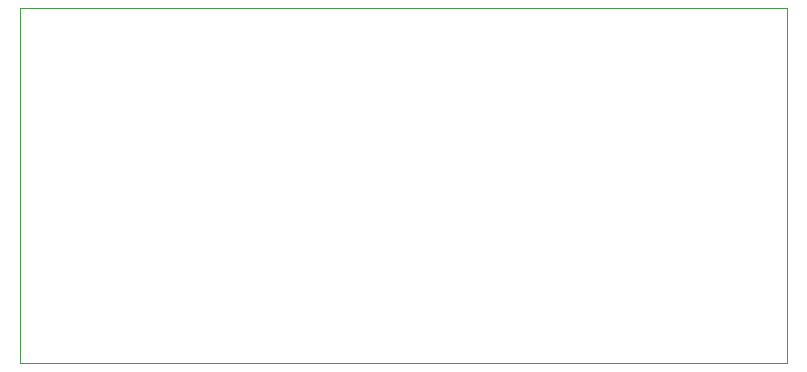
<source format=gm1>
G04 #@! TF.GenerationSoftware,KiCad,Pcbnew,9.0.2*
G04 #@! TF.CreationDate,2025-10-25T16:25:04-04:00*
G04 #@! TF.ProjectId,Display,44697370-6c61-4792-9e6b-696361645f70,rev?*
G04 #@! TF.SameCoordinates,Original*
G04 #@! TF.FileFunction,Profile,NP*
%FSLAX46Y46*%
G04 Gerber Fmt 4.6, Leading zero omitted, Abs format (unit mm)*
G04 Created by KiCad (PCBNEW 9.0.2) date 2025-10-25 16:25:04*
%MOMM*%
%LPD*%
G01*
G04 APERTURE LIST*
G04 #@! TA.AperFunction,Profile*
%ADD10C,0.050000*%
G04 #@! TD*
G04 APERTURE END LIST*
D10*
X135300000Y-58950000D02*
X200300000Y-58950000D01*
X200300000Y-88950000D01*
X135300000Y-88950000D01*
X135300000Y-58950000D01*
M02*

</source>
